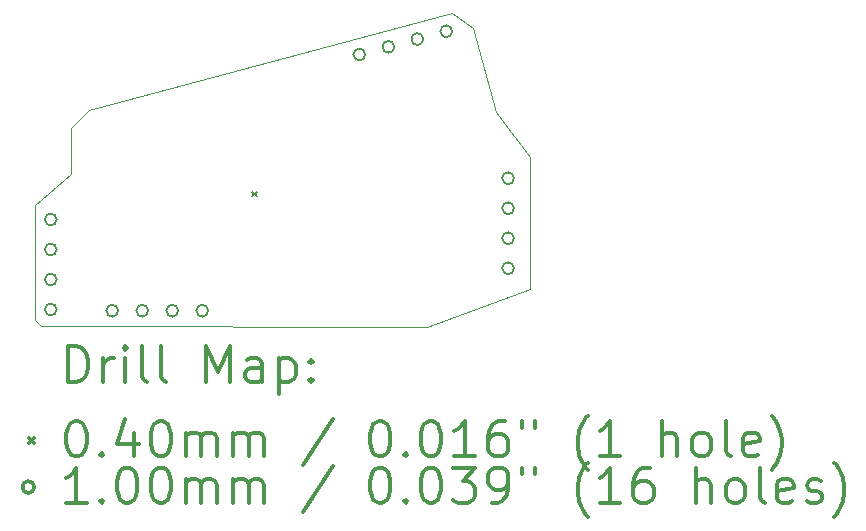
<source format=gbr>
%FSLAX45Y45*%
G04 Gerber Fmt 4.5, Leading zero omitted, Abs format (unit mm)*
G04 Created by KiCad (PCBNEW (5.1.4)-1) date 2023-09-09 05:31:12*
%MOMM*%
%LPD*%
G04 APERTURE LIST*
%ADD10C,0.050000*%
%ADD11C,0.200000*%
%ADD12C,0.300000*%
G04 APERTURE END LIST*
D10*
X12532750Y-35852116D02*
X9262855Y-35847530D01*
X13401145Y-35530132D02*
X13400615Y-34416131D01*
X13111744Y-34032786D02*
X13400615Y-34416131D01*
X9514138Y-34562556D02*
X9515320Y-34170437D01*
X12743842Y-33195619D02*
X9671144Y-34020338D01*
X9208529Y-35792053D02*
X9208919Y-34818850D01*
X9208919Y-34818850D02*
X9514138Y-34562556D01*
X13111744Y-34032786D02*
X12921139Y-33326217D01*
X13401145Y-35530132D02*
X12532750Y-35852116D01*
X9671144Y-34020338D02*
X9515320Y-34170437D01*
X9208529Y-35792053D02*
X9262855Y-35847530D01*
X12921139Y-33326217D02*
X12743842Y-33195619D01*
D11*
X11050000Y-34710000D02*
X11090000Y-34750000D01*
X11090000Y-34710000D02*
X11050000Y-34750000D01*
X12008678Y-33549059D02*
G75*
G03X12008678Y-33549059I-50000J0D01*
G01*
X12254023Y-33483319D02*
G75*
G03X12254023Y-33483319I-50000J0D01*
G01*
X12499368Y-33417579D02*
G75*
G03X12499368Y-33417579I-50000J0D01*
G01*
X12744714Y-33351839D02*
G75*
G03X12744714Y-33351839I-50000J0D01*
G01*
X9917067Y-35717457D02*
G75*
G03X9917067Y-35717457I-50000J0D01*
G01*
X10171067Y-35717457D02*
G75*
G03X10171067Y-35717457I-50000J0D01*
G01*
X10425067Y-35717457D02*
G75*
G03X10425067Y-35717457I-50000J0D01*
G01*
X10679067Y-35717457D02*
G75*
G03X10679067Y-35717457I-50000J0D01*
G01*
X13268186Y-34595871D02*
G75*
G03X13268186Y-34595871I-50000J0D01*
G01*
X13268186Y-34849871D02*
G75*
G03X13268186Y-34849871I-50000J0D01*
G01*
X13268186Y-35103871D02*
G75*
G03X13268186Y-35103871I-50000J0D01*
G01*
X13268186Y-35357871D02*
G75*
G03X13268186Y-35357871I-50000J0D01*
G01*
X9396338Y-34945789D02*
G75*
G03X9396338Y-34945789I-50000J0D01*
G01*
X9396338Y-35199789D02*
G75*
G03X9396338Y-35199789I-50000J0D01*
G01*
X9396338Y-35453789D02*
G75*
G03X9396338Y-35453789I-50000J0D01*
G01*
X9396338Y-35707789D02*
G75*
G03X9396338Y-35707789I-50000J0D01*
G01*
D12*
X9492457Y-36320330D02*
X9492457Y-36020330D01*
X9563886Y-36020330D01*
X9606743Y-36034616D01*
X9635314Y-36063188D01*
X9649600Y-36091759D01*
X9663886Y-36148902D01*
X9663886Y-36191759D01*
X9649600Y-36248902D01*
X9635314Y-36277473D01*
X9606743Y-36306045D01*
X9563886Y-36320330D01*
X9492457Y-36320330D01*
X9792457Y-36320330D02*
X9792457Y-36120330D01*
X9792457Y-36177473D02*
X9806743Y-36148902D01*
X9821029Y-36134616D01*
X9849600Y-36120330D01*
X9878172Y-36120330D01*
X9978172Y-36320330D02*
X9978172Y-36120330D01*
X9978172Y-36020330D02*
X9963886Y-36034616D01*
X9978172Y-36048902D01*
X9992457Y-36034616D01*
X9978172Y-36020330D01*
X9978172Y-36048902D01*
X10163886Y-36320330D02*
X10135314Y-36306045D01*
X10121029Y-36277473D01*
X10121029Y-36020330D01*
X10321029Y-36320330D02*
X10292457Y-36306045D01*
X10278172Y-36277473D01*
X10278172Y-36020330D01*
X10663886Y-36320330D02*
X10663886Y-36020330D01*
X10763886Y-36234616D01*
X10863886Y-36020330D01*
X10863886Y-36320330D01*
X11135314Y-36320330D02*
X11135314Y-36163188D01*
X11121029Y-36134616D01*
X11092457Y-36120330D01*
X11035314Y-36120330D01*
X11006743Y-36134616D01*
X11135314Y-36306045D02*
X11106743Y-36320330D01*
X11035314Y-36320330D01*
X11006743Y-36306045D01*
X10992457Y-36277473D01*
X10992457Y-36248902D01*
X11006743Y-36220330D01*
X11035314Y-36206045D01*
X11106743Y-36206045D01*
X11135314Y-36191759D01*
X11278171Y-36120330D02*
X11278171Y-36420330D01*
X11278171Y-36134616D02*
X11306743Y-36120330D01*
X11363886Y-36120330D01*
X11392457Y-36134616D01*
X11406743Y-36148902D01*
X11421029Y-36177473D01*
X11421029Y-36263188D01*
X11406743Y-36291759D01*
X11392457Y-36306045D01*
X11363886Y-36320330D01*
X11306743Y-36320330D01*
X11278171Y-36306045D01*
X11549600Y-36291759D02*
X11563886Y-36306045D01*
X11549600Y-36320330D01*
X11535314Y-36306045D01*
X11549600Y-36291759D01*
X11549600Y-36320330D01*
X11549600Y-36134616D02*
X11563886Y-36148902D01*
X11549600Y-36163188D01*
X11535314Y-36148902D01*
X11549600Y-36134616D01*
X11549600Y-36163188D01*
X9166029Y-36794616D02*
X9206029Y-36834616D01*
X9206029Y-36794616D02*
X9166029Y-36834616D01*
X9549600Y-36650330D02*
X9578172Y-36650330D01*
X9606743Y-36664616D01*
X9621029Y-36678902D01*
X9635314Y-36707473D01*
X9649600Y-36764616D01*
X9649600Y-36836045D01*
X9635314Y-36893188D01*
X9621029Y-36921759D01*
X9606743Y-36936045D01*
X9578172Y-36950330D01*
X9549600Y-36950330D01*
X9521029Y-36936045D01*
X9506743Y-36921759D01*
X9492457Y-36893188D01*
X9478172Y-36836045D01*
X9478172Y-36764616D01*
X9492457Y-36707473D01*
X9506743Y-36678902D01*
X9521029Y-36664616D01*
X9549600Y-36650330D01*
X9778172Y-36921759D02*
X9792457Y-36936045D01*
X9778172Y-36950330D01*
X9763886Y-36936045D01*
X9778172Y-36921759D01*
X9778172Y-36950330D01*
X10049600Y-36750330D02*
X10049600Y-36950330D01*
X9978172Y-36636045D02*
X9906743Y-36850330D01*
X10092457Y-36850330D01*
X10263886Y-36650330D02*
X10292457Y-36650330D01*
X10321029Y-36664616D01*
X10335314Y-36678902D01*
X10349600Y-36707473D01*
X10363886Y-36764616D01*
X10363886Y-36836045D01*
X10349600Y-36893188D01*
X10335314Y-36921759D01*
X10321029Y-36936045D01*
X10292457Y-36950330D01*
X10263886Y-36950330D01*
X10235314Y-36936045D01*
X10221029Y-36921759D01*
X10206743Y-36893188D01*
X10192457Y-36836045D01*
X10192457Y-36764616D01*
X10206743Y-36707473D01*
X10221029Y-36678902D01*
X10235314Y-36664616D01*
X10263886Y-36650330D01*
X10492457Y-36950330D02*
X10492457Y-36750330D01*
X10492457Y-36778902D02*
X10506743Y-36764616D01*
X10535314Y-36750330D01*
X10578172Y-36750330D01*
X10606743Y-36764616D01*
X10621029Y-36793188D01*
X10621029Y-36950330D01*
X10621029Y-36793188D02*
X10635314Y-36764616D01*
X10663886Y-36750330D01*
X10706743Y-36750330D01*
X10735314Y-36764616D01*
X10749600Y-36793188D01*
X10749600Y-36950330D01*
X10892457Y-36950330D02*
X10892457Y-36750330D01*
X10892457Y-36778902D02*
X10906743Y-36764616D01*
X10935314Y-36750330D01*
X10978172Y-36750330D01*
X11006743Y-36764616D01*
X11021029Y-36793188D01*
X11021029Y-36950330D01*
X11021029Y-36793188D02*
X11035314Y-36764616D01*
X11063886Y-36750330D01*
X11106743Y-36750330D01*
X11135314Y-36764616D01*
X11149600Y-36793188D01*
X11149600Y-36950330D01*
X11735314Y-36636045D02*
X11478171Y-37021759D01*
X12121029Y-36650330D02*
X12149600Y-36650330D01*
X12178171Y-36664616D01*
X12192457Y-36678902D01*
X12206743Y-36707473D01*
X12221029Y-36764616D01*
X12221029Y-36836045D01*
X12206743Y-36893188D01*
X12192457Y-36921759D01*
X12178171Y-36936045D01*
X12149600Y-36950330D01*
X12121029Y-36950330D01*
X12092457Y-36936045D01*
X12078171Y-36921759D01*
X12063886Y-36893188D01*
X12049600Y-36836045D01*
X12049600Y-36764616D01*
X12063886Y-36707473D01*
X12078171Y-36678902D01*
X12092457Y-36664616D01*
X12121029Y-36650330D01*
X12349600Y-36921759D02*
X12363886Y-36936045D01*
X12349600Y-36950330D01*
X12335314Y-36936045D01*
X12349600Y-36921759D01*
X12349600Y-36950330D01*
X12549600Y-36650330D02*
X12578171Y-36650330D01*
X12606743Y-36664616D01*
X12621029Y-36678902D01*
X12635314Y-36707473D01*
X12649600Y-36764616D01*
X12649600Y-36836045D01*
X12635314Y-36893188D01*
X12621029Y-36921759D01*
X12606743Y-36936045D01*
X12578171Y-36950330D01*
X12549600Y-36950330D01*
X12521029Y-36936045D01*
X12506743Y-36921759D01*
X12492457Y-36893188D01*
X12478171Y-36836045D01*
X12478171Y-36764616D01*
X12492457Y-36707473D01*
X12506743Y-36678902D01*
X12521029Y-36664616D01*
X12549600Y-36650330D01*
X12935314Y-36950330D02*
X12763886Y-36950330D01*
X12849600Y-36950330D02*
X12849600Y-36650330D01*
X12821029Y-36693188D01*
X12792457Y-36721759D01*
X12763886Y-36736045D01*
X13192457Y-36650330D02*
X13135314Y-36650330D01*
X13106743Y-36664616D01*
X13092457Y-36678902D01*
X13063886Y-36721759D01*
X13049600Y-36778902D01*
X13049600Y-36893188D01*
X13063886Y-36921759D01*
X13078171Y-36936045D01*
X13106743Y-36950330D01*
X13163886Y-36950330D01*
X13192457Y-36936045D01*
X13206743Y-36921759D01*
X13221029Y-36893188D01*
X13221029Y-36821759D01*
X13206743Y-36793188D01*
X13192457Y-36778902D01*
X13163886Y-36764616D01*
X13106743Y-36764616D01*
X13078171Y-36778902D01*
X13063886Y-36793188D01*
X13049600Y-36821759D01*
X13335314Y-36650330D02*
X13335314Y-36707473D01*
X13449600Y-36650330D02*
X13449600Y-36707473D01*
X13892457Y-37064616D02*
X13878171Y-37050330D01*
X13849600Y-37007473D01*
X13835314Y-36978902D01*
X13821029Y-36936045D01*
X13806743Y-36864616D01*
X13806743Y-36807473D01*
X13821029Y-36736045D01*
X13835314Y-36693188D01*
X13849600Y-36664616D01*
X13878171Y-36621759D01*
X13892457Y-36607473D01*
X14163886Y-36950330D02*
X13992457Y-36950330D01*
X14078171Y-36950330D02*
X14078171Y-36650330D01*
X14049600Y-36693188D01*
X14021029Y-36721759D01*
X13992457Y-36736045D01*
X14521029Y-36950330D02*
X14521029Y-36650330D01*
X14649600Y-36950330D02*
X14649600Y-36793188D01*
X14635314Y-36764616D01*
X14606743Y-36750330D01*
X14563886Y-36750330D01*
X14535314Y-36764616D01*
X14521029Y-36778902D01*
X14835314Y-36950330D02*
X14806743Y-36936045D01*
X14792457Y-36921759D01*
X14778171Y-36893188D01*
X14778171Y-36807473D01*
X14792457Y-36778902D01*
X14806743Y-36764616D01*
X14835314Y-36750330D01*
X14878171Y-36750330D01*
X14906743Y-36764616D01*
X14921029Y-36778902D01*
X14935314Y-36807473D01*
X14935314Y-36893188D01*
X14921029Y-36921759D01*
X14906743Y-36936045D01*
X14878171Y-36950330D01*
X14835314Y-36950330D01*
X15106743Y-36950330D02*
X15078171Y-36936045D01*
X15063886Y-36907473D01*
X15063886Y-36650330D01*
X15335314Y-36936045D02*
X15306743Y-36950330D01*
X15249600Y-36950330D01*
X15221029Y-36936045D01*
X15206743Y-36907473D01*
X15206743Y-36793188D01*
X15221029Y-36764616D01*
X15249600Y-36750330D01*
X15306743Y-36750330D01*
X15335314Y-36764616D01*
X15349600Y-36793188D01*
X15349600Y-36821759D01*
X15206743Y-36850330D01*
X15449600Y-37064616D02*
X15463886Y-37050330D01*
X15492457Y-37007473D01*
X15506743Y-36978902D01*
X15521029Y-36936045D01*
X15535314Y-36864616D01*
X15535314Y-36807473D01*
X15521029Y-36736045D01*
X15506743Y-36693188D01*
X15492457Y-36664616D01*
X15463886Y-36621759D01*
X15449600Y-36607473D01*
X9206029Y-37210616D02*
G75*
G03X9206029Y-37210616I-50000J0D01*
G01*
X9649600Y-37346330D02*
X9478172Y-37346330D01*
X9563886Y-37346330D02*
X9563886Y-37046330D01*
X9535314Y-37089188D01*
X9506743Y-37117759D01*
X9478172Y-37132045D01*
X9778172Y-37317759D02*
X9792457Y-37332045D01*
X9778172Y-37346330D01*
X9763886Y-37332045D01*
X9778172Y-37317759D01*
X9778172Y-37346330D01*
X9978172Y-37046330D02*
X10006743Y-37046330D01*
X10035314Y-37060616D01*
X10049600Y-37074902D01*
X10063886Y-37103473D01*
X10078172Y-37160616D01*
X10078172Y-37232045D01*
X10063886Y-37289188D01*
X10049600Y-37317759D01*
X10035314Y-37332045D01*
X10006743Y-37346330D01*
X9978172Y-37346330D01*
X9949600Y-37332045D01*
X9935314Y-37317759D01*
X9921029Y-37289188D01*
X9906743Y-37232045D01*
X9906743Y-37160616D01*
X9921029Y-37103473D01*
X9935314Y-37074902D01*
X9949600Y-37060616D01*
X9978172Y-37046330D01*
X10263886Y-37046330D02*
X10292457Y-37046330D01*
X10321029Y-37060616D01*
X10335314Y-37074902D01*
X10349600Y-37103473D01*
X10363886Y-37160616D01*
X10363886Y-37232045D01*
X10349600Y-37289188D01*
X10335314Y-37317759D01*
X10321029Y-37332045D01*
X10292457Y-37346330D01*
X10263886Y-37346330D01*
X10235314Y-37332045D01*
X10221029Y-37317759D01*
X10206743Y-37289188D01*
X10192457Y-37232045D01*
X10192457Y-37160616D01*
X10206743Y-37103473D01*
X10221029Y-37074902D01*
X10235314Y-37060616D01*
X10263886Y-37046330D01*
X10492457Y-37346330D02*
X10492457Y-37146330D01*
X10492457Y-37174902D02*
X10506743Y-37160616D01*
X10535314Y-37146330D01*
X10578172Y-37146330D01*
X10606743Y-37160616D01*
X10621029Y-37189188D01*
X10621029Y-37346330D01*
X10621029Y-37189188D02*
X10635314Y-37160616D01*
X10663886Y-37146330D01*
X10706743Y-37146330D01*
X10735314Y-37160616D01*
X10749600Y-37189188D01*
X10749600Y-37346330D01*
X10892457Y-37346330D02*
X10892457Y-37146330D01*
X10892457Y-37174902D02*
X10906743Y-37160616D01*
X10935314Y-37146330D01*
X10978172Y-37146330D01*
X11006743Y-37160616D01*
X11021029Y-37189188D01*
X11021029Y-37346330D01*
X11021029Y-37189188D02*
X11035314Y-37160616D01*
X11063886Y-37146330D01*
X11106743Y-37146330D01*
X11135314Y-37160616D01*
X11149600Y-37189188D01*
X11149600Y-37346330D01*
X11735314Y-37032045D02*
X11478171Y-37417759D01*
X12121029Y-37046330D02*
X12149600Y-37046330D01*
X12178171Y-37060616D01*
X12192457Y-37074902D01*
X12206743Y-37103473D01*
X12221029Y-37160616D01*
X12221029Y-37232045D01*
X12206743Y-37289188D01*
X12192457Y-37317759D01*
X12178171Y-37332045D01*
X12149600Y-37346330D01*
X12121029Y-37346330D01*
X12092457Y-37332045D01*
X12078171Y-37317759D01*
X12063886Y-37289188D01*
X12049600Y-37232045D01*
X12049600Y-37160616D01*
X12063886Y-37103473D01*
X12078171Y-37074902D01*
X12092457Y-37060616D01*
X12121029Y-37046330D01*
X12349600Y-37317759D02*
X12363886Y-37332045D01*
X12349600Y-37346330D01*
X12335314Y-37332045D01*
X12349600Y-37317759D01*
X12349600Y-37346330D01*
X12549600Y-37046330D02*
X12578171Y-37046330D01*
X12606743Y-37060616D01*
X12621029Y-37074902D01*
X12635314Y-37103473D01*
X12649600Y-37160616D01*
X12649600Y-37232045D01*
X12635314Y-37289188D01*
X12621029Y-37317759D01*
X12606743Y-37332045D01*
X12578171Y-37346330D01*
X12549600Y-37346330D01*
X12521029Y-37332045D01*
X12506743Y-37317759D01*
X12492457Y-37289188D01*
X12478171Y-37232045D01*
X12478171Y-37160616D01*
X12492457Y-37103473D01*
X12506743Y-37074902D01*
X12521029Y-37060616D01*
X12549600Y-37046330D01*
X12749600Y-37046330D02*
X12935314Y-37046330D01*
X12835314Y-37160616D01*
X12878171Y-37160616D01*
X12906743Y-37174902D01*
X12921029Y-37189188D01*
X12935314Y-37217759D01*
X12935314Y-37289188D01*
X12921029Y-37317759D01*
X12906743Y-37332045D01*
X12878171Y-37346330D01*
X12792457Y-37346330D01*
X12763886Y-37332045D01*
X12749600Y-37317759D01*
X13078171Y-37346330D02*
X13135314Y-37346330D01*
X13163886Y-37332045D01*
X13178171Y-37317759D01*
X13206743Y-37274902D01*
X13221029Y-37217759D01*
X13221029Y-37103473D01*
X13206743Y-37074902D01*
X13192457Y-37060616D01*
X13163886Y-37046330D01*
X13106743Y-37046330D01*
X13078171Y-37060616D01*
X13063886Y-37074902D01*
X13049600Y-37103473D01*
X13049600Y-37174902D01*
X13063886Y-37203473D01*
X13078171Y-37217759D01*
X13106743Y-37232045D01*
X13163886Y-37232045D01*
X13192457Y-37217759D01*
X13206743Y-37203473D01*
X13221029Y-37174902D01*
X13335314Y-37046330D02*
X13335314Y-37103473D01*
X13449600Y-37046330D02*
X13449600Y-37103473D01*
X13892457Y-37460616D02*
X13878171Y-37446330D01*
X13849600Y-37403473D01*
X13835314Y-37374902D01*
X13821029Y-37332045D01*
X13806743Y-37260616D01*
X13806743Y-37203473D01*
X13821029Y-37132045D01*
X13835314Y-37089188D01*
X13849600Y-37060616D01*
X13878171Y-37017759D01*
X13892457Y-37003473D01*
X14163886Y-37346330D02*
X13992457Y-37346330D01*
X14078171Y-37346330D02*
X14078171Y-37046330D01*
X14049600Y-37089188D01*
X14021029Y-37117759D01*
X13992457Y-37132045D01*
X14421029Y-37046330D02*
X14363886Y-37046330D01*
X14335314Y-37060616D01*
X14321029Y-37074902D01*
X14292457Y-37117759D01*
X14278171Y-37174902D01*
X14278171Y-37289188D01*
X14292457Y-37317759D01*
X14306743Y-37332045D01*
X14335314Y-37346330D01*
X14392457Y-37346330D01*
X14421029Y-37332045D01*
X14435314Y-37317759D01*
X14449600Y-37289188D01*
X14449600Y-37217759D01*
X14435314Y-37189188D01*
X14421029Y-37174902D01*
X14392457Y-37160616D01*
X14335314Y-37160616D01*
X14306743Y-37174902D01*
X14292457Y-37189188D01*
X14278171Y-37217759D01*
X14806743Y-37346330D02*
X14806743Y-37046330D01*
X14935314Y-37346330D02*
X14935314Y-37189188D01*
X14921029Y-37160616D01*
X14892457Y-37146330D01*
X14849600Y-37146330D01*
X14821029Y-37160616D01*
X14806743Y-37174902D01*
X15121029Y-37346330D02*
X15092457Y-37332045D01*
X15078171Y-37317759D01*
X15063886Y-37289188D01*
X15063886Y-37203473D01*
X15078171Y-37174902D01*
X15092457Y-37160616D01*
X15121029Y-37146330D01*
X15163886Y-37146330D01*
X15192457Y-37160616D01*
X15206743Y-37174902D01*
X15221029Y-37203473D01*
X15221029Y-37289188D01*
X15206743Y-37317759D01*
X15192457Y-37332045D01*
X15163886Y-37346330D01*
X15121029Y-37346330D01*
X15392457Y-37346330D02*
X15363886Y-37332045D01*
X15349600Y-37303473D01*
X15349600Y-37046330D01*
X15621029Y-37332045D02*
X15592457Y-37346330D01*
X15535314Y-37346330D01*
X15506743Y-37332045D01*
X15492457Y-37303473D01*
X15492457Y-37189188D01*
X15506743Y-37160616D01*
X15535314Y-37146330D01*
X15592457Y-37146330D01*
X15621029Y-37160616D01*
X15635314Y-37189188D01*
X15635314Y-37217759D01*
X15492457Y-37246330D01*
X15749600Y-37332045D02*
X15778171Y-37346330D01*
X15835314Y-37346330D01*
X15863886Y-37332045D01*
X15878171Y-37303473D01*
X15878171Y-37289188D01*
X15863886Y-37260616D01*
X15835314Y-37246330D01*
X15792457Y-37246330D01*
X15763886Y-37232045D01*
X15749600Y-37203473D01*
X15749600Y-37189188D01*
X15763886Y-37160616D01*
X15792457Y-37146330D01*
X15835314Y-37146330D01*
X15863886Y-37160616D01*
X15978171Y-37460616D02*
X15992457Y-37446330D01*
X16021029Y-37403473D01*
X16035314Y-37374902D01*
X16049600Y-37332045D01*
X16063886Y-37260616D01*
X16063886Y-37203473D01*
X16049600Y-37132045D01*
X16035314Y-37089188D01*
X16021029Y-37060616D01*
X15992457Y-37017759D01*
X15978171Y-37003473D01*
M02*

</source>
